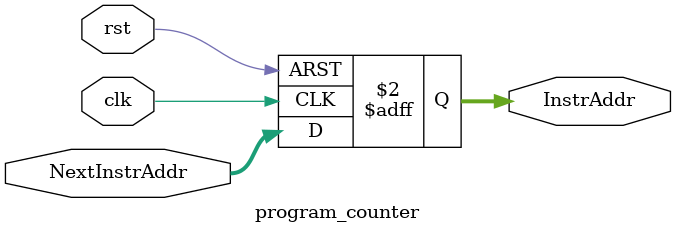
<source format=v>
`timescale 1ns/1ps
/* ---------------------------------------------------------
*    # COMPUTER ORGANIZATION LABORATORY
*    # AUTUMN SEMESTER 2022
*    # RISC Processor Design
*    # Group No. 60
*    # Abhay Kumar Keshari 20CS10001
*    # Hardik Soni 20CS30023
*---------------------------------------------------------
*/ 

// This module controls the updation of the program counter at every clock edge
module program_counter(
    input clk,
    input rst,
    input [31:0] NextInstrAddr,
    output reg [31:0] InstrAddr
);

    always @(posedge clk or posedge rst) begin
        if (rst) begin
            InstrAddr <= -32'd4; 
        end
        else begin
            InstrAddr <= NextInstrAddr;        // Update the program counter
        end
    end
endmodule

</source>
